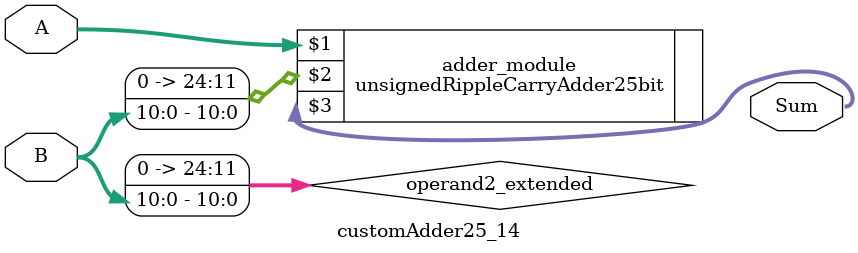
<source format=v>

module customAdder25_14(
                    input [24 : 0] A,
                    input [10 : 0] B,
                    
                    output [25 : 0] Sum
            );

    wire [24 : 0] operand2_extended;
    
    assign operand2_extended =  {14'b0, B};
    
    unsignedRippleCarryAdder25bit adder_module(
        A,
        operand2_extended,
        Sum
    );
    
endmodule
        
</source>
